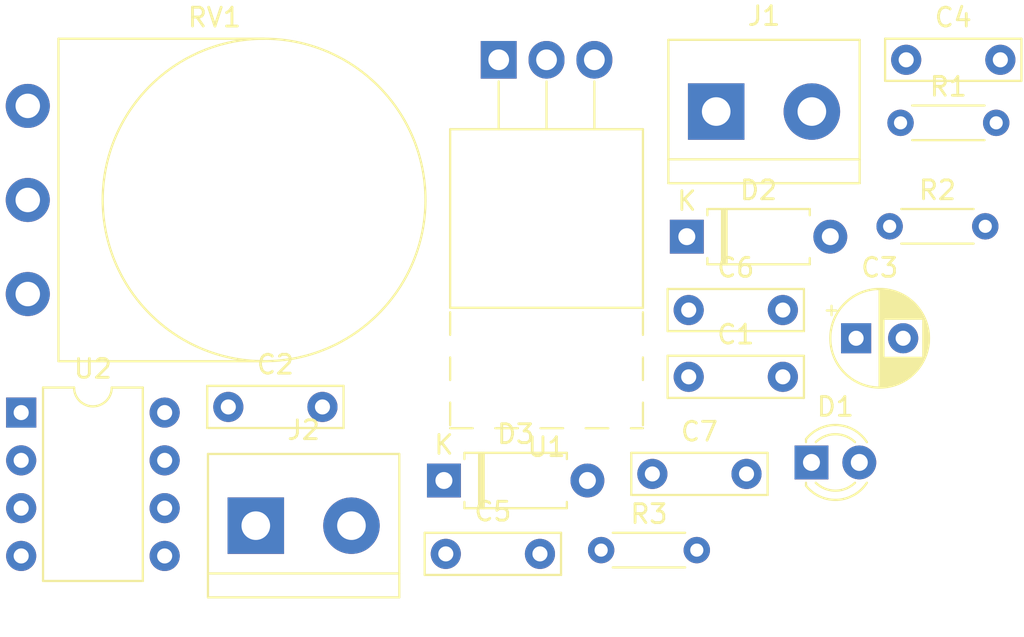
<source format=kicad_pcb>
(kicad_pcb (version 20171130) (host pcbnew "(5.1.7)-1")

  (general
    (thickness 1.6)
    (drawings 0)
    (tracks 0)
    (zones 0)
    (modules 18)
    (nets 12)
  )

  (page A4)
  (layers
    (0 F.Cu signal)
    (31 B.Cu signal)
    (32 B.Adhes user)
    (33 F.Adhes user)
    (34 B.Paste user)
    (35 F.Paste user)
    (36 B.SilkS user)
    (37 F.SilkS user)
    (38 B.Mask user)
    (39 F.Mask user)
    (40 Dwgs.User user)
    (41 Cmts.User user)
    (42 Eco1.User user)
    (43 Eco2.User user)
    (44 Edge.Cuts user)
    (45 Margin user)
    (46 B.CrtYd user)
    (47 F.CrtYd user)
    (48 B.Fab user)
    (49 F.Fab user)
  )

  (setup
    (last_trace_width 0.25)
    (trace_clearance 0.2)
    (zone_clearance 0.508)
    (zone_45_only no)
    (trace_min 0.2)
    (via_size 0.8)
    (via_drill 0.4)
    (via_min_size 0.4)
    (via_min_drill 0.3)
    (uvia_size 0.3)
    (uvia_drill 0.1)
    (uvias_allowed no)
    (uvia_min_size 0.2)
    (uvia_min_drill 0.1)
    (edge_width 0.05)
    (segment_width 0.2)
    (pcb_text_width 0.3)
    (pcb_text_size 1.5 1.5)
    (mod_edge_width 0.12)
    (mod_text_size 1 1)
    (mod_text_width 0.15)
    (pad_size 1.524 1.524)
    (pad_drill 0.762)
    (pad_to_mask_clearance 0)
    (aux_axis_origin 0 0)
    (visible_elements FFFFFF7F)
    (pcbplotparams
      (layerselection 0x010fc_ffffffff)
      (usegerberextensions false)
      (usegerberattributes true)
      (usegerberadvancedattributes true)
      (creategerberjobfile true)
      (excludeedgelayer true)
      (linewidth 0.100000)
      (plotframeref false)
      (viasonmask false)
      (mode 1)
      (useauxorigin false)
      (hpglpennumber 1)
      (hpglpenspeed 20)
      (hpglpendiameter 15.000000)
      (psnegative false)
      (psa4output false)
      (plotreference true)
      (plotvalue true)
      (plotinvisibletext false)
      (padsonsilk false)
      (subtractmaskfromsilk false)
      (outputformat 1)
      (mirror false)
      (drillshape 1)
      (scaleselection 1)
      (outputdirectory ""))
  )

  (net 0 "")
  (net 1 GND)
  (net 2 "Net-(C1-Pad1)")
  (net 3 +5V)
  (net 4 "Net-(C3-Pad1)")
  (net 5 "Net-(C4-Pad1)")
  (net 6 "Net-(D1-Pad2)")
  (net 7 "Net-(D2-Pad1)")
  (net 8 "Net-(D2-Pad2)")
  (net 9 "Net-(D3-Pad2)")
  (net 10 "Net-(D3-Pad1)")
  (net 11 "Net-(J2-Pad2)")

  (net_class Default "This is the default net class."
    (clearance 0.2)
    (trace_width 0.25)
    (via_dia 0.8)
    (via_drill 0.4)
    (uvia_dia 0.3)
    (uvia_drill 0.1)
    (add_net +5V)
    (add_net GND)
    (add_net "Net-(C1-Pad1)")
    (add_net "Net-(C3-Pad1)")
    (add_net "Net-(C4-Pad1)")
    (add_net "Net-(D1-Pad2)")
    (add_net "Net-(D2-Pad1)")
    (add_net "Net-(D2-Pad2)")
    (add_net "Net-(D3-Pad1)")
    (add_net "Net-(D3-Pad2)")
    (add_net "Net-(J2-Pad2)")
  )

  (module Capacitor_THT:C_Rect_L7.0mm_W2.0mm_P5.00mm (layer F.Cu) (tedit 5AE50EF0) (tstamp 602EB0C2)
    (at 97.535001 67.655001)
    (descr "C, Rect series, Radial, pin pitch=5.00mm, , length*width=7*2mm^2, Capacitor")
    (tags "C Rect series Radial pin pitch 5.00mm  length 7mm width 2mm Capacitor")
    (path /602E82EB)
    (fp_text reference C1 (at 2.5 -2.25) (layer F.SilkS)
      (effects (font (size 1 1) (thickness 0.15)))
    )
    (fp_text value 100n (at 2.5 2.25) (layer F.Fab)
      (effects (font (size 1 1) (thickness 0.15)))
    )
    (fp_text user %R (at 2.5 0) (layer F.Fab)
      (effects (font (size 1 1) (thickness 0.15)))
    )
    (fp_line (start -1 -1) (end -1 1) (layer F.Fab) (width 0.1))
    (fp_line (start -1 1) (end 6 1) (layer F.Fab) (width 0.1))
    (fp_line (start 6 1) (end 6 -1) (layer F.Fab) (width 0.1))
    (fp_line (start 6 -1) (end -1 -1) (layer F.Fab) (width 0.1))
    (fp_line (start -1.12 -1.12) (end 6.12 -1.12) (layer F.SilkS) (width 0.12))
    (fp_line (start -1.12 1.12) (end 6.12 1.12) (layer F.SilkS) (width 0.12))
    (fp_line (start -1.12 -1.12) (end -1.12 1.12) (layer F.SilkS) (width 0.12))
    (fp_line (start 6.12 -1.12) (end 6.12 1.12) (layer F.SilkS) (width 0.12))
    (fp_line (start -1.25 -1.25) (end -1.25 1.25) (layer F.CrtYd) (width 0.05))
    (fp_line (start -1.25 1.25) (end 6.25 1.25) (layer F.CrtYd) (width 0.05))
    (fp_line (start 6.25 1.25) (end 6.25 -1.25) (layer F.CrtYd) (width 0.05))
    (fp_line (start 6.25 -1.25) (end -1.25 -1.25) (layer F.CrtYd) (width 0.05))
    (pad 2 thru_hole circle (at 5 0) (size 1.6 1.6) (drill 0.8) (layers *.Cu *.Mask)
      (net 1 GND))
    (pad 1 thru_hole circle (at 0 0) (size 1.6 1.6) (drill 0.8) (layers *.Cu *.Mask)
      (net 2 "Net-(C1-Pad1)"))
    (model ${KISYS3DMOD}/Capacitor_THT.3dshapes/C_Rect_L7.0mm_W2.0mm_P5.00mm.wrl
      (at (xyz 0 0 0))
      (scale (xyz 1 1 1))
      (rotate (xyz 0 0 0))
    )
  )

  (module Capacitor_THT:C_Rect_L7.0mm_W2.0mm_P5.00mm (layer F.Cu) (tedit 5AE50EF0) (tstamp 602EB0D5)
    (at 73.085001 69.255001)
    (descr "C, Rect series, Radial, pin pitch=5.00mm, , length*width=7*2mm^2, Capacitor")
    (tags "C Rect series Radial pin pitch 5.00mm  length 7mm width 2mm Capacitor")
    (path /602E8B44)
    (fp_text reference C2 (at 2.5 -2.25) (layer F.SilkS)
      (effects (font (size 1 1) (thickness 0.15)))
    )
    (fp_text value 47n (at 2.5 2.25) (layer F.Fab)
      (effects (font (size 1 1) (thickness 0.15)))
    )
    (fp_line (start 6.25 -1.25) (end -1.25 -1.25) (layer F.CrtYd) (width 0.05))
    (fp_line (start 6.25 1.25) (end 6.25 -1.25) (layer F.CrtYd) (width 0.05))
    (fp_line (start -1.25 1.25) (end 6.25 1.25) (layer F.CrtYd) (width 0.05))
    (fp_line (start -1.25 -1.25) (end -1.25 1.25) (layer F.CrtYd) (width 0.05))
    (fp_line (start 6.12 -1.12) (end 6.12 1.12) (layer F.SilkS) (width 0.12))
    (fp_line (start -1.12 -1.12) (end -1.12 1.12) (layer F.SilkS) (width 0.12))
    (fp_line (start -1.12 1.12) (end 6.12 1.12) (layer F.SilkS) (width 0.12))
    (fp_line (start -1.12 -1.12) (end 6.12 -1.12) (layer F.SilkS) (width 0.12))
    (fp_line (start 6 -1) (end -1 -1) (layer F.Fab) (width 0.1))
    (fp_line (start 6 1) (end 6 -1) (layer F.Fab) (width 0.1))
    (fp_line (start -1 1) (end 6 1) (layer F.Fab) (width 0.1))
    (fp_line (start -1 -1) (end -1 1) (layer F.Fab) (width 0.1))
    (fp_text user %R (at 2.5 0) (layer F.Fab)
      (effects (font (size 1 1) (thickness 0.15)))
    )
    (pad 1 thru_hole circle (at 0 0) (size 1.6 1.6) (drill 0.8) (layers *.Cu *.Mask)
      (net 3 +5V))
    (pad 2 thru_hole circle (at 5 0) (size 1.6 1.6) (drill 0.8) (layers *.Cu *.Mask)
      (net 1 GND))
    (model ${KISYS3DMOD}/Capacitor_THT.3dshapes/C_Rect_L7.0mm_W2.0mm_P5.00mm.wrl
      (at (xyz 0 0 0))
      (scale (xyz 1 1 1))
      (rotate (xyz 0 0 0))
    )
  )

  (module Capacitor_THT:CP_Radial_D5.0mm_P2.50mm (layer F.Cu) (tedit 5AE50EF0) (tstamp 602EB159)
    (at 106.424776 65.605001)
    (descr "CP, Radial series, Radial, pin pitch=2.50mm, , diameter=5mm, Electrolytic Capacitor")
    (tags "CP Radial series Radial pin pitch 2.50mm  diameter 5mm Electrolytic Capacitor")
    (path /602E5DB1)
    (fp_text reference C3 (at 1.25 -3.75) (layer F.SilkS)
      (effects (font (size 1 1) (thickness 0.15)))
    )
    (fp_text value 0.1u (at 1.25 3.75) (layer F.Fab)
      (effects (font (size 1 1) (thickness 0.15)))
    )
    (fp_line (start -1.304775 -1.725) (end -1.304775 -1.225) (layer F.SilkS) (width 0.12))
    (fp_line (start -1.554775 -1.475) (end -1.054775 -1.475) (layer F.SilkS) (width 0.12))
    (fp_line (start 3.851 -0.284) (end 3.851 0.284) (layer F.SilkS) (width 0.12))
    (fp_line (start 3.811 -0.518) (end 3.811 0.518) (layer F.SilkS) (width 0.12))
    (fp_line (start 3.771 -0.677) (end 3.771 0.677) (layer F.SilkS) (width 0.12))
    (fp_line (start 3.731 -0.805) (end 3.731 0.805) (layer F.SilkS) (width 0.12))
    (fp_line (start 3.691 -0.915) (end 3.691 0.915) (layer F.SilkS) (width 0.12))
    (fp_line (start 3.651 -1.011) (end 3.651 1.011) (layer F.SilkS) (width 0.12))
    (fp_line (start 3.611 -1.098) (end 3.611 1.098) (layer F.SilkS) (width 0.12))
    (fp_line (start 3.571 -1.178) (end 3.571 1.178) (layer F.SilkS) (width 0.12))
    (fp_line (start 3.531 1.04) (end 3.531 1.251) (layer F.SilkS) (width 0.12))
    (fp_line (start 3.531 -1.251) (end 3.531 -1.04) (layer F.SilkS) (width 0.12))
    (fp_line (start 3.491 1.04) (end 3.491 1.319) (layer F.SilkS) (width 0.12))
    (fp_line (start 3.491 -1.319) (end 3.491 -1.04) (layer F.SilkS) (width 0.12))
    (fp_line (start 3.451 1.04) (end 3.451 1.383) (layer F.SilkS) (width 0.12))
    (fp_line (start 3.451 -1.383) (end 3.451 -1.04) (layer F.SilkS) (width 0.12))
    (fp_line (start 3.411 1.04) (end 3.411 1.443) (layer F.SilkS) (width 0.12))
    (fp_line (start 3.411 -1.443) (end 3.411 -1.04) (layer F.SilkS) (width 0.12))
    (fp_line (start 3.371 1.04) (end 3.371 1.5) (layer F.SilkS) (width 0.12))
    (fp_line (start 3.371 -1.5) (end 3.371 -1.04) (layer F.SilkS) (width 0.12))
    (fp_line (start 3.331 1.04) (end 3.331 1.554) (layer F.SilkS) (width 0.12))
    (fp_line (start 3.331 -1.554) (end 3.331 -1.04) (layer F.SilkS) (width 0.12))
    (fp_line (start 3.291 1.04) (end 3.291 1.605) (layer F.SilkS) (width 0.12))
    (fp_line (start 3.291 -1.605) (end 3.291 -1.04) (layer F.SilkS) (width 0.12))
    (fp_line (start 3.251 1.04) (end 3.251 1.653) (layer F.SilkS) (width 0.12))
    (fp_line (start 3.251 -1.653) (end 3.251 -1.04) (layer F.SilkS) (width 0.12))
    (fp_line (start 3.211 1.04) (end 3.211 1.699) (layer F.SilkS) (width 0.12))
    (fp_line (start 3.211 -1.699) (end 3.211 -1.04) (layer F.SilkS) (width 0.12))
    (fp_line (start 3.171 1.04) (end 3.171 1.743) (layer F.SilkS) (width 0.12))
    (fp_line (start 3.171 -1.743) (end 3.171 -1.04) (layer F.SilkS) (width 0.12))
    (fp_line (start 3.131 1.04) (end 3.131 1.785) (layer F.SilkS) (width 0.12))
    (fp_line (start 3.131 -1.785) (end 3.131 -1.04) (layer F.SilkS) (width 0.12))
    (fp_line (start 3.091 1.04) (end 3.091 1.826) (layer F.SilkS) (width 0.12))
    (fp_line (start 3.091 -1.826) (end 3.091 -1.04) (layer F.SilkS) (width 0.12))
    (fp_line (start 3.051 1.04) (end 3.051 1.864) (layer F.SilkS) (width 0.12))
    (fp_line (start 3.051 -1.864) (end 3.051 -1.04) (layer F.SilkS) (width 0.12))
    (fp_line (start 3.011 1.04) (end 3.011 1.901) (layer F.SilkS) (width 0.12))
    (fp_line (start 3.011 -1.901) (end 3.011 -1.04) (layer F.SilkS) (width 0.12))
    (fp_line (start 2.971 1.04) (end 2.971 1.937) (layer F.SilkS) (width 0.12))
    (fp_line (start 2.971 -1.937) (end 2.971 -1.04) (layer F.SilkS) (width 0.12))
    (fp_line (start 2.931 1.04) (end 2.931 1.971) (layer F.SilkS) (width 0.12))
    (fp_line (start 2.931 -1.971) (end 2.931 -1.04) (layer F.SilkS) (width 0.12))
    (fp_line (start 2.891 1.04) (end 2.891 2.004) (layer F.SilkS) (width 0.12))
    (fp_line (start 2.891 -2.004) (end 2.891 -1.04) (layer F.SilkS) (width 0.12))
    (fp_line (start 2.851 1.04) (end 2.851 2.035) (layer F.SilkS) (width 0.12))
    (fp_line (start 2.851 -2.035) (end 2.851 -1.04) (layer F.SilkS) (width 0.12))
    (fp_line (start 2.811 1.04) (end 2.811 2.065) (layer F.SilkS) (width 0.12))
    (fp_line (start 2.811 -2.065) (end 2.811 -1.04) (layer F.SilkS) (width 0.12))
    (fp_line (start 2.771 1.04) (end 2.771 2.095) (layer F.SilkS) (width 0.12))
    (fp_line (start 2.771 -2.095) (end 2.771 -1.04) (layer F.SilkS) (width 0.12))
    (fp_line (start 2.731 1.04) (end 2.731 2.122) (layer F.SilkS) (width 0.12))
    (fp_line (start 2.731 -2.122) (end 2.731 -1.04) (layer F.SilkS) (width 0.12))
    (fp_line (start 2.691 1.04) (end 2.691 2.149) (layer F.SilkS) (width 0.12))
    (fp_line (start 2.691 -2.149) (end 2.691 -1.04) (layer F.SilkS) (width 0.12))
    (fp_line (start 2.651 1.04) (end 2.651 2.175) (layer F.SilkS) (width 0.12))
    (fp_line (start 2.651 -2.175) (end 2.651 -1.04) (layer F.SilkS) (width 0.12))
    (fp_line (start 2.611 1.04) (end 2.611 2.2) (layer F.SilkS) (width 0.12))
    (fp_line (start 2.611 -2.2) (end 2.611 -1.04) (layer F.SilkS) (width 0.12))
    (fp_line (start 2.571 1.04) (end 2.571 2.224) (layer F.SilkS) (width 0.12))
    (fp_line (start 2.571 -2.224) (end 2.571 -1.04) (layer F.SilkS) (width 0.12))
    (fp_line (start 2.531 1.04) (end 2.531 2.247) (layer F.SilkS) (width 0.12))
    (fp_line (start 2.531 -2.247) (end 2.531 -1.04) (layer F.SilkS) (width 0.12))
    (fp_line (start 2.491 1.04) (end 2.491 2.268) (layer F.SilkS) (width 0.12))
    (fp_line (start 2.491 -2.268) (end 2.491 -1.04) (layer F.SilkS) (width 0.12))
    (fp_line (start 2.451 1.04) (end 2.451 2.29) (layer F.SilkS) (width 0.12))
    (fp_line (start 2.451 -2.29) (end 2.451 -1.04) (layer F.SilkS) (width 0.12))
    (fp_line (start 2.411 1.04) (end 2.411 2.31) (layer F.SilkS) (width 0.12))
    (fp_line (start 2.411 -2.31) (end 2.411 -1.04) (layer F.SilkS) (width 0.12))
    (fp_line (start 2.371 1.04) (end 2.371 2.329) (layer F.SilkS) (width 0.12))
    (fp_line (start 2.371 -2.329) (end 2.371 -1.04) (layer F.SilkS) (width 0.12))
    (fp_line (start 2.331 1.04) (end 2.331 2.348) (layer F.SilkS) (width 0.12))
    (fp_line (start 2.331 -2.348) (end 2.331 -1.04) (layer F.SilkS) (width 0.12))
    (fp_line (start 2.291 1.04) (end 2.291 2.365) (layer F.SilkS) (width 0.12))
    (fp_line (start 2.291 -2.365) (end 2.291 -1.04) (layer F.SilkS) (width 0.12))
    (fp_line (start 2.251 1.04) (end 2.251 2.382) (layer F.SilkS) (width 0.12))
    (fp_line (start 2.251 -2.382) (end 2.251 -1.04) (layer F.SilkS) (width 0.12))
    (fp_line (start 2.211 1.04) (end 2.211 2.398) (layer F.SilkS) (width 0.12))
    (fp_line (start 2.211 -2.398) (end 2.211 -1.04) (layer F.SilkS) (width 0.12))
    (fp_line (start 2.171 1.04) (end 2.171 2.414) (layer F.SilkS) (width 0.12))
    (fp_line (start 2.171 -2.414) (end 2.171 -1.04) (layer F.SilkS) (width 0.12))
    (fp_line (start 2.131 1.04) (end 2.131 2.428) (layer F.SilkS) (width 0.12))
    (fp_line (start 2.131 -2.428) (end 2.131 -1.04) (layer F.SilkS) (width 0.12))
    (fp_line (start 2.091 1.04) (end 2.091 2.442) (layer F.SilkS) (width 0.12))
    (fp_line (start 2.091 -2.442) (end 2.091 -1.04) (layer F.SilkS) (width 0.12))
    (fp_line (start 2.051 1.04) (end 2.051 2.455) (layer F.SilkS) (width 0.12))
    (fp_line (start 2.051 -2.455) (end 2.051 -1.04) (layer F.SilkS) (width 0.12))
    (fp_line (start 2.011 1.04) (end 2.011 2.468) (layer F.SilkS) (width 0.12))
    (fp_line (start 2.011 -2.468) (end 2.011 -1.04) (layer F.SilkS) (width 0.12))
    (fp_line (start 1.971 1.04) (end 1.971 2.48) (layer F.SilkS) (width 0.12))
    (fp_line (start 1.971 -2.48) (end 1.971 -1.04) (layer F.SilkS) (width 0.12))
    (fp_line (start 1.93 1.04) (end 1.93 2.491) (layer F.SilkS) (width 0.12))
    (fp_line (start 1.93 -2.491) (end 1.93 -1.04) (layer F.SilkS) (width 0.12))
    (fp_line (start 1.89 1.04) (end 1.89 2.501) (layer F.SilkS) (width 0.12))
    (fp_line (start 1.89 -2.501) (end 1.89 -1.04) (layer F.SilkS) (width 0.12))
    (fp_line (start 1.85 1.04) (end 1.85 2.511) (layer F.SilkS) (width 0.12))
    (fp_line (start 1.85 -2.511) (end 1.85 -1.04) (layer F.SilkS) (width 0.12))
    (fp_line (start 1.81 1.04) (end 1.81 2.52) (layer F.SilkS) (width 0.12))
    (fp_line (start 1.81 -2.52) (end 1.81 -1.04) (layer F.SilkS) (width 0.12))
    (fp_line (start 1.77 1.04) (end 1.77 2.528) (layer F.SilkS) (width 0.12))
    (fp_line (start 1.77 -2.528) (end 1.77 -1.04) (layer F.SilkS) (width 0.12))
    (fp_line (start 1.73 1.04) (end 1.73 2.536) (layer F.SilkS) (width 0.12))
    (fp_line (start 1.73 -2.536) (end 1.73 -1.04) (layer F.SilkS) (width 0.12))
    (fp_line (start 1.69 1.04) (end 1.69 2.543) (layer F.SilkS) (width 0.12))
    (fp_line (start 1.69 -2.543) (end 1.69 -1.04) (layer F.SilkS) (width 0.12))
    (fp_line (start 1.65 1.04) (end 1.65 2.55) (layer F.SilkS) (width 0.12))
    (fp_line (start 1.65 -2.55) (end 1.65 -1.04) (layer F.SilkS) (width 0.12))
    (fp_line (start 1.61 1.04) (end 1.61 2.556) (layer F.SilkS) (width 0.12))
    (fp_line (start 1.61 -2.556) (end 1.61 -1.04) (layer F.SilkS) (width 0.12))
    (fp_line (start 1.57 1.04) (end 1.57 2.561) (layer F.SilkS) (width 0.12))
    (fp_line (start 1.57 -2.561) (end 1.57 -1.04) (layer F.SilkS) (width 0.12))
    (fp_line (start 1.53 1.04) (end 1.53 2.565) (layer F.SilkS) (width 0.12))
    (fp_line (start 1.53 -2.565) (end 1.53 -1.04) (layer F.SilkS) (width 0.12))
    (fp_line (start 1.49 1.04) (end 1.49 2.569) (layer F.SilkS) (width 0.12))
    (fp_line (start 1.49 -2.569) (end 1.49 -1.04) (layer F.SilkS) (width 0.12))
    (fp_line (start 1.45 -2.573) (end 1.45 2.573) (layer F.SilkS) (width 0.12))
    (fp_line (start 1.41 -2.576) (end 1.41 2.576) (layer F.SilkS) (width 0.12))
    (fp_line (start 1.37 -2.578) (end 1.37 2.578) (layer F.SilkS) (width 0.12))
    (fp_line (start 1.33 -2.579) (end 1.33 2.579) (layer F.SilkS) (width 0.12))
    (fp_line (start 1.29 -2.58) (end 1.29 2.58) (layer F.SilkS) (width 0.12))
    (fp_line (start 1.25 -2.58) (end 1.25 2.58) (layer F.SilkS) (width 0.12))
    (fp_line (start -0.633605 -1.3375) (end -0.633605 -0.8375) (layer F.Fab) (width 0.1))
    (fp_line (start -0.883605 -1.0875) (end -0.383605 -1.0875) (layer F.Fab) (width 0.1))
    (fp_circle (center 1.25 0) (end 4 0) (layer F.CrtYd) (width 0.05))
    (fp_circle (center 1.25 0) (end 3.87 0) (layer F.SilkS) (width 0.12))
    (fp_circle (center 1.25 0) (end 3.75 0) (layer F.Fab) (width 0.1))
    (fp_text user %R (at 1.25 0) (layer F.Fab)
      (effects (font (size 1 1) (thickness 0.15)))
    )
    (pad 1 thru_hole rect (at 0 0) (size 1.6 1.6) (drill 0.8) (layers *.Cu *.Mask)
      (net 4 "Net-(C3-Pad1)"))
    (pad 2 thru_hole circle (at 2.5 0) (size 1.6 1.6) (drill 0.8) (layers *.Cu *.Mask)
      (net 1 GND))
    (model ${KISYS3DMOD}/Capacitor_THT.3dshapes/CP_Radial_D5.0mm_P2.50mm.wrl
      (at (xyz 0 0 0))
      (scale (xyz 1 1 1))
      (rotate (xyz 0 0 0))
    )
  )

  (module Capacitor_THT:C_Rect_L7.0mm_W2.0mm_P5.00mm (layer F.Cu) (tedit 5AE50EF0) (tstamp 602EB16C)
    (at 109.085001 50.805001)
    (descr "C, Rect series, Radial, pin pitch=5.00mm, , length*width=7*2mm^2, Capacitor")
    (tags "C Rect series Radial pin pitch 5.00mm  length 7mm width 2mm Capacitor")
    (path /602E692B)
    (fp_text reference C4 (at 2.5 -2.25) (layer F.SilkS)
      (effects (font (size 1 1) (thickness 0.15)))
    )
    (fp_text value 100n (at 2.5 2.25) (layer F.Fab)
      (effects (font (size 1 1) (thickness 0.15)))
    )
    (fp_text user %R (at 2.5 0) (layer F.Fab)
      (effects (font (size 1 1) (thickness 0.15)))
    )
    (fp_line (start -1 -1) (end -1 1) (layer F.Fab) (width 0.1))
    (fp_line (start -1 1) (end 6 1) (layer F.Fab) (width 0.1))
    (fp_line (start 6 1) (end 6 -1) (layer F.Fab) (width 0.1))
    (fp_line (start 6 -1) (end -1 -1) (layer F.Fab) (width 0.1))
    (fp_line (start -1.12 -1.12) (end 6.12 -1.12) (layer F.SilkS) (width 0.12))
    (fp_line (start -1.12 1.12) (end 6.12 1.12) (layer F.SilkS) (width 0.12))
    (fp_line (start -1.12 -1.12) (end -1.12 1.12) (layer F.SilkS) (width 0.12))
    (fp_line (start 6.12 -1.12) (end 6.12 1.12) (layer F.SilkS) (width 0.12))
    (fp_line (start -1.25 -1.25) (end -1.25 1.25) (layer F.CrtYd) (width 0.05))
    (fp_line (start -1.25 1.25) (end 6.25 1.25) (layer F.CrtYd) (width 0.05))
    (fp_line (start 6.25 1.25) (end 6.25 -1.25) (layer F.CrtYd) (width 0.05))
    (fp_line (start 6.25 -1.25) (end -1.25 -1.25) (layer F.CrtYd) (width 0.05))
    (pad 2 thru_hole circle (at 5 0) (size 1.6 1.6) (drill 0.8) (layers *.Cu *.Mask)
      (net 1 GND))
    (pad 1 thru_hole circle (at 0 0) (size 1.6 1.6) (drill 0.8) (layers *.Cu *.Mask)
      (net 5 "Net-(C4-Pad1)"))
    (model ${KISYS3DMOD}/Capacitor_THT.3dshapes/C_Rect_L7.0mm_W2.0mm_P5.00mm.wrl
      (at (xyz 0 0 0))
      (scale (xyz 1 1 1))
      (rotate (xyz 0 0 0))
    )
  )

  (module Capacitor_THT:C_Rect_L7.0mm_W2.0mm_P5.00mm (layer F.Cu) (tedit 5AE50EF0) (tstamp 602EB17F)
    (at 84.635001 77.065001)
    (descr "C, Rect series, Radial, pin pitch=5.00mm, , length*width=7*2mm^2, Capacitor")
    (tags "C Rect series Radial pin pitch 5.00mm  length 7mm width 2mm Capacitor")
    (path /602E7598)
    (fp_text reference C5 (at 2.5 -2.25) (layer F.SilkS)
      (effects (font (size 1 1) (thickness 0.15)))
    )
    (fp_text value 100n (at 2.5 2.25) (layer F.Fab)
      (effects (font (size 1 1) (thickness 0.15)))
    )
    (fp_line (start 6.25 -1.25) (end -1.25 -1.25) (layer F.CrtYd) (width 0.05))
    (fp_line (start 6.25 1.25) (end 6.25 -1.25) (layer F.CrtYd) (width 0.05))
    (fp_line (start -1.25 1.25) (end 6.25 1.25) (layer F.CrtYd) (width 0.05))
    (fp_line (start -1.25 -1.25) (end -1.25 1.25) (layer F.CrtYd) (width 0.05))
    (fp_line (start 6.12 -1.12) (end 6.12 1.12) (layer F.SilkS) (width 0.12))
    (fp_line (start -1.12 -1.12) (end -1.12 1.12) (layer F.SilkS) (width 0.12))
    (fp_line (start -1.12 1.12) (end 6.12 1.12) (layer F.SilkS) (width 0.12))
    (fp_line (start -1.12 -1.12) (end 6.12 -1.12) (layer F.SilkS) (width 0.12))
    (fp_line (start 6 -1) (end -1 -1) (layer F.Fab) (width 0.1))
    (fp_line (start 6 1) (end 6 -1) (layer F.Fab) (width 0.1))
    (fp_line (start -1 1) (end 6 1) (layer F.Fab) (width 0.1))
    (fp_line (start -1 -1) (end -1 1) (layer F.Fab) (width 0.1))
    (fp_text user %R (at 2.5 0) (layer F.Fab)
      (effects (font (size 1 1) (thickness 0.15)))
    )
    (pad 1 thru_hole circle (at 0 0) (size 1.6 1.6) (drill 0.8) (layers *.Cu *.Mask)
      (net 5 "Net-(C4-Pad1)"))
    (pad 2 thru_hole circle (at 5 0) (size 1.6 1.6) (drill 0.8) (layers *.Cu *.Mask)
      (net 1 GND))
    (model ${KISYS3DMOD}/Capacitor_THT.3dshapes/C_Rect_L7.0mm_W2.0mm_P5.00mm.wrl
      (at (xyz 0 0 0))
      (scale (xyz 1 1 1))
      (rotate (xyz 0 0 0))
    )
  )

  (module Capacitor_THT:C_Rect_L7.0mm_W2.0mm_P5.00mm (layer F.Cu) (tedit 5AE50EF0) (tstamp 602EB192)
    (at 97.535001 64.105001)
    (descr "C, Rect series, Radial, pin pitch=5.00mm, , length*width=7*2mm^2, Capacitor")
    (tags "C Rect series Radial pin pitch 5.00mm  length 7mm width 2mm Capacitor")
    (path /602E796F)
    (fp_text reference C6 (at 2.5 -2.25) (layer F.SilkS)
      (effects (font (size 1 1) (thickness 0.15)))
    )
    (fp_text value 10n (at 2.5 2.25) (layer F.Fab)
      (effects (font (size 1 1) (thickness 0.15)))
    )
    (fp_text user %R (at 2.5 0) (layer F.Fab)
      (effects (font (size 1 1) (thickness 0.15)))
    )
    (fp_line (start -1 -1) (end -1 1) (layer F.Fab) (width 0.1))
    (fp_line (start -1 1) (end 6 1) (layer F.Fab) (width 0.1))
    (fp_line (start 6 1) (end 6 -1) (layer F.Fab) (width 0.1))
    (fp_line (start 6 -1) (end -1 -1) (layer F.Fab) (width 0.1))
    (fp_line (start -1.12 -1.12) (end 6.12 -1.12) (layer F.SilkS) (width 0.12))
    (fp_line (start -1.12 1.12) (end 6.12 1.12) (layer F.SilkS) (width 0.12))
    (fp_line (start -1.12 -1.12) (end -1.12 1.12) (layer F.SilkS) (width 0.12))
    (fp_line (start 6.12 -1.12) (end 6.12 1.12) (layer F.SilkS) (width 0.12))
    (fp_line (start -1.25 -1.25) (end -1.25 1.25) (layer F.CrtYd) (width 0.05))
    (fp_line (start -1.25 1.25) (end 6.25 1.25) (layer F.CrtYd) (width 0.05))
    (fp_line (start 6.25 1.25) (end 6.25 -1.25) (layer F.CrtYd) (width 0.05))
    (fp_line (start 6.25 -1.25) (end -1.25 -1.25) (layer F.CrtYd) (width 0.05))
    (pad 2 thru_hole circle (at 5 0) (size 1.6 1.6) (drill 0.8) (layers *.Cu *.Mask)
      (net 1 GND))
    (pad 1 thru_hole circle (at 0 0) (size 1.6 1.6) (drill 0.8) (layers *.Cu *.Mask)
      (net 5 "Net-(C4-Pad1)"))
    (model ${KISYS3DMOD}/Capacitor_THT.3dshapes/C_Rect_L7.0mm_W2.0mm_P5.00mm.wrl
      (at (xyz 0 0 0))
      (scale (xyz 1 1 1))
      (rotate (xyz 0 0 0))
    )
  )

  (module Capacitor_THT:C_Rect_L7.0mm_W2.0mm_P5.00mm (layer F.Cu) (tedit 5AE50EF0) (tstamp 602EB1A5)
    (at 95.605001 72.815001)
    (descr "C, Rect series, Radial, pin pitch=5.00mm, , length*width=7*2mm^2, Capacitor")
    (tags "C Rect series Radial pin pitch 5.00mm  length 7mm width 2mm Capacitor")
    (path /602E7E41)
    (fp_text reference C7 (at 2.5 -2.25) (layer F.SilkS)
      (effects (font (size 1 1) (thickness 0.15)))
    )
    (fp_text value 10n (at 2.5 2.25) (layer F.Fab)
      (effects (font (size 1 1) (thickness 0.15)))
    )
    (fp_line (start 6.25 -1.25) (end -1.25 -1.25) (layer F.CrtYd) (width 0.05))
    (fp_line (start 6.25 1.25) (end 6.25 -1.25) (layer F.CrtYd) (width 0.05))
    (fp_line (start -1.25 1.25) (end 6.25 1.25) (layer F.CrtYd) (width 0.05))
    (fp_line (start -1.25 -1.25) (end -1.25 1.25) (layer F.CrtYd) (width 0.05))
    (fp_line (start 6.12 -1.12) (end 6.12 1.12) (layer F.SilkS) (width 0.12))
    (fp_line (start -1.12 -1.12) (end -1.12 1.12) (layer F.SilkS) (width 0.12))
    (fp_line (start -1.12 1.12) (end 6.12 1.12) (layer F.SilkS) (width 0.12))
    (fp_line (start -1.12 -1.12) (end 6.12 -1.12) (layer F.SilkS) (width 0.12))
    (fp_line (start 6 -1) (end -1 -1) (layer F.Fab) (width 0.1))
    (fp_line (start 6 1) (end 6 -1) (layer F.Fab) (width 0.1))
    (fp_line (start -1 1) (end 6 1) (layer F.Fab) (width 0.1))
    (fp_line (start -1 -1) (end -1 1) (layer F.Fab) (width 0.1))
    (fp_text user %R (at 2.5 0) (layer F.Fab)
      (effects (font (size 1 1) (thickness 0.15)))
    )
    (pad 1 thru_hole circle (at 0 0) (size 1.6 1.6) (drill 0.8) (layers *.Cu *.Mask)
      (net 5 "Net-(C4-Pad1)"))
    (pad 2 thru_hole circle (at 5 0) (size 1.6 1.6) (drill 0.8) (layers *.Cu *.Mask)
      (net 1 GND))
    (model ${KISYS3DMOD}/Capacitor_THT.3dshapes/C_Rect_L7.0mm_W2.0mm_P5.00mm.wrl
      (at (xyz 0 0 0))
      (scale (xyz 1 1 1))
      (rotate (xyz 0 0 0))
    )
  )

  (module LED_THT:LED_D3.0mm (layer F.Cu) (tedit 587A3A7B) (tstamp 602EB1B8)
    (at 104.055001 72.205001)
    (descr "LED, diameter 3.0mm, 2 pins")
    (tags "LED diameter 3.0mm 2 pins")
    (path /602EE1E6)
    (fp_text reference D1 (at 1.27 -2.96) (layer F.SilkS)
      (effects (font (size 1 1) (thickness 0.15)))
    )
    (fp_text value "PWR LED GREEN" (at 1.27 2.96) (layer F.Fab)
      (effects (font (size 1 1) (thickness 0.15)))
    )
    (fp_line (start 3.7 -2.25) (end -1.15 -2.25) (layer F.CrtYd) (width 0.05))
    (fp_line (start 3.7 2.25) (end 3.7 -2.25) (layer F.CrtYd) (width 0.05))
    (fp_line (start -1.15 2.25) (end 3.7 2.25) (layer F.CrtYd) (width 0.05))
    (fp_line (start -1.15 -2.25) (end -1.15 2.25) (layer F.CrtYd) (width 0.05))
    (fp_line (start -0.29 1.08) (end -0.29 1.236) (layer F.SilkS) (width 0.12))
    (fp_line (start -0.29 -1.236) (end -0.29 -1.08) (layer F.SilkS) (width 0.12))
    (fp_line (start -0.23 -1.16619) (end -0.23 1.16619) (layer F.Fab) (width 0.1))
    (fp_circle (center 1.27 0) (end 2.77 0) (layer F.Fab) (width 0.1))
    (fp_arc (start 1.27 0) (end -0.23 -1.16619) (angle 284.3) (layer F.Fab) (width 0.1))
    (fp_arc (start 1.27 0) (end -0.29 -1.235516) (angle 108.8) (layer F.SilkS) (width 0.12))
    (fp_arc (start 1.27 0) (end -0.29 1.235516) (angle -108.8) (layer F.SilkS) (width 0.12))
    (fp_arc (start 1.27 0) (end 0.229039 -1.08) (angle 87.9) (layer F.SilkS) (width 0.12))
    (fp_arc (start 1.27 0) (end 0.229039 1.08) (angle -87.9) (layer F.SilkS) (width 0.12))
    (pad 1 thru_hole rect (at 0 0) (size 1.8 1.8) (drill 0.9) (layers *.Cu *.Mask)
      (net 1 GND))
    (pad 2 thru_hole circle (at 2.54 0) (size 1.8 1.8) (drill 0.9) (layers *.Cu *.Mask)
      (net 6 "Net-(D1-Pad2)"))
    (model ${KISYS3DMOD}/LED_THT.3dshapes/LED_D3.0mm.wrl
      (at (xyz 0 0 0))
      (scale (xyz 1 1 1))
      (rotate (xyz 0 0 0))
    )
  )

  (module Diode_THT:D_A-405_P7.62mm_Horizontal (layer F.Cu) (tedit 5AE50CD5) (tstamp 602EB1D7)
    (at 97.435001 60.205001)
    (descr "Diode, A-405 series, Axial, Horizontal, pin pitch=7.62mm, , length*diameter=5.2*2.7mm^2, , http://www.diodes.com/_files/packages/A-405.pdf")
    (tags "Diode A-405 series Axial Horizontal pin pitch 7.62mm  length 5.2mm diameter 2.7mm")
    (path /602E907E)
    (fp_text reference D2 (at 3.81 -2.47) (layer F.SilkS)
      (effects (font (size 1 1) (thickness 0.15)))
    )
    (fp_text value D (at 3.81 2.47) (layer F.Fab)
      (effects (font (size 1 1) (thickness 0.15)))
    )
    (fp_line (start 8.77 -1.6) (end -1.15 -1.6) (layer F.CrtYd) (width 0.05))
    (fp_line (start 8.77 1.6) (end 8.77 -1.6) (layer F.CrtYd) (width 0.05))
    (fp_line (start -1.15 1.6) (end 8.77 1.6) (layer F.CrtYd) (width 0.05))
    (fp_line (start -1.15 -1.6) (end -1.15 1.6) (layer F.CrtYd) (width 0.05))
    (fp_line (start 1.87 -1.47) (end 1.87 1.47) (layer F.SilkS) (width 0.12))
    (fp_line (start 2.11 -1.47) (end 2.11 1.47) (layer F.SilkS) (width 0.12))
    (fp_line (start 1.99 -1.47) (end 1.99 1.47) (layer F.SilkS) (width 0.12))
    (fp_line (start 6.53 1.47) (end 6.53 1.14) (layer F.SilkS) (width 0.12))
    (fp_line (start 1.09 1.47) (end 6.53 1.47) (layer F.SilkS) (width 0.12))
    (fp_line (start 1.09 1.14) (end 1.09 1.47) (layer F.SilkS) (width 0.12))
    (fp_line (start 6.53 -1.47) (end 6.53 -1.14) (layer F.SilkS) (width 0.12))
    (fp_line (start 1.09 -1.47) (end 6.53 -1.47) (layer F.SilkS) (width 0.12))
    (fp_line (start 1.09 -1.14) (end 1.09 -1.47) (layer F.SilkS) (width 0.12))
    (fp_line (start 1.89 -1.35) (end 1.89 1.35) (layer F.Fab) (width 0.1))
    (fp_line (start 2.09 -1.35) (end 2.09 1.35) (layer F.Fab) (width 0.1))
    (fp_line (start 1.99 -1.35) (end 1.99 1.35) (layer F.Fab) (width 0.1))
    (fp_line (start 7.62 0) (end 6.41 0) (layer F.Fab) (width 0.1))
    (fp_line (start 0 0) (end 1.21 0) (layer F.Fab) (width 0.1))
    (fp_line (start 6.41 -1.35) (end 1.21 -1.35) (layer F.Fab) (width 0.1))
    (fp_line (start 6.41 1.35) (end 6.41 -1.35) (layer F.Fab) (width 0.1))
    (fp_line (start 1.21 1.35) (end 6.41 1.35) (layer F.Fab) (width 0.1))
    (fp_line (start 1.21 -1.35) (end 1.21 1.35) (layer F.Fab) (width 0.1))
    (fp_text user %R (at 4.2 0) (layer F.Fab)
      (effects (font (size 1 1) (thickness 0.15)))
    )
    (fp_text user K (at 0 -1.9) (layer F.Fab)
      (effects (font (size 1 1) (thickness 0.15)))
    )
    (fp_text user K (at 0 -1.9) (layer F.SilkS)
      (effects (font (size 1 1) (thickness 0.15)))
    )
    (pad 1 thru_hole rect (at 0 0) (size 1.8 1.8) (drill 0.9) (layers *.Cu *.Mask)
      (net 7 "Net-(D2-Pad1)"))
    (pad 2 thru_hole oval (at 7.62 0) (size 1.8 1.8) (drill 0.9) (layers *.Cu *.Mask)
      (net 8 "Net-(D2-Pad2)"))
    (model ${KISYS3DMOD}/Diode_THT.3dshapes/D_A-405_P7.62mm_Horizontal.wrl
      (at (xyz 0 0 0))
      (scale (xyz 1 1 1))
      (rotate (xyz 0 0 0))
    )
  )

  (module Diode_THT:D_A-405_P7.62mm_Horizontal (layer F.Cu) (tedit 5AE50CD5) (tstamp 602EB1F6)
    (at 84.535001 73.165001)
    (descr "Diode, A-405 series, Axial, Horizontal, pin pitch=7.62mm, , length*diameter=5.2*2.7mm^2, , http://www.diodes.com/_files/packages/A-405.pdf")
    (tags "Diode A-405 series Axial Horizontal pin pitch 7.62mm  length 5.2mm diameter 2.7mm")
    (path /602E9DAC)
    (fp_text reference D3 (at 3.81 -2.47) (layer F.SilkS)
      (effects (font (size 1 1) (thickness 0.15)))
    )
    (fp_text value D (at 3.81 2.47) (layer F.Fab)
      (effects (font (size 1 1) (thickness 0.15)))
    )
    (fp_text user K (at 0 -1.9) (layer F.SilkS)
      (effects (font (size 1 1) (thickness 0.15)))
    )
    (fp_text user K (at 0 -1.9) (layer F.Fab)
      (effects (font (size 1 1) (thickness 0.15)))
    )
    (fp_text user %R (at 4.2 0) (layer F.Fab)
      (effects (font (size 1 1) (thickness 0.15)))
    )
    (fp_line (start 1.21 -1.35) (end 1.21 1.35) (layer F.Fab) (width 0.1))
    (fp_line (start 1.21 1.35) (end 6.41 1.35) (layer F.Fab) (width 0.1))
    (fp_line (start 6.41 1.35) (end 6.41 -1.35) (layer F.Fab) (width 0.1))
    (fp_line (start 6.41 -1.35) (end 1.21 -1.35) (layer F.Fab) (width 0.1))
    (fp_line (start 0 0) (end 1.21 0) (layer F.Fab) (width 0.1))
    (fp_line (start 7.62 0) (end 6.41 0) (layer F.Fab) (width 0.1))
    (fp_line (start 1.99 -1.35) (end 1.99 1.35) (layer F.Fab) (width 0.1))
    (fp_line (start 2.09 -1.35) (end 2.09 1.35) (layer F.Fab) (width 0.1))
    (fp_line (start 1.89 -1.35) (end 1.89 1.35) (layer F.Fab) (width 0.1))
    (fp_line (start 1.09 -1.14) (end 1.09 -1.47) (layer F.SilkS) (width 0.12))
    (fp_line (start 1.09 -1.47) (end 6.53 -1.47) (layer F.SilkS) (width 0.12))
    (fp_line (start 6.53 -1.47) (end 6.53 -1.14) (layer F.SilkS) (width 0.12))
    (fp_line (start 1.09 1.14) (end 1.09 1.47) (layer F.SilkS) (width 0.12))
    (fp_line (start 1.09 1.47) (end 6.53 1.47) (layer F.SilkS) (width 0.12))
    (fp_line (start 6.53 1.47) (end 6.53 1.14) (layer F.SilkS) (width 0.12))
    (fp_line (start 1.99 -1.47) (end 1.99 1.47) (layer F.SilkS) (width 0.12))
    (fp_line (start 2.11 -1.47) (end 2.11 1.47) (layer F.SilkS) (width 0.12))
    (fp_line (start 1.87 -1.47) (end 1.87 1.47) (layer F.SilkS) (width 0.12))
    (fp_line (start -1.15 -1.6) (end -1.15 1.6) (layer F.CrtYd) (width 0.05))
    (fp_line (start -1.15 1.6) (end 8.77 1.6) (layer F.CrtYd) (width 0.05))
    (fp_line (start 8.77 1.6) (end 8.77 -1.6) (layer F.CrtYd) (width 0.05))
    (fp_line (start 8.77 -1.6) (end -1.15 -1.6) (layer F.CrtYd) (width 0.05))
    (pad 2 thru_hole oval (at 7.62 0) (size 1.8 1.8) (drill 0.9) (layers *.Cu *.Mask)
      (net 9 "Net-(D3-Pad2)"))
    (pad 1 thru_hole rect (at 0 0) (size 1.8 1.8) (drill 0.9) (layers *.Cu *.Mask)
      (net 10 "Net-(D3-Pad1)"))
    (model ${KISYS3DMOD}/Diode_THT.3dshapes/D_A-405_P7.62mm_Horizontal.wrl
      (at (xyz 0 0 0))
      (scale (xyz 1 1 1))
      (rotate (xyz 0 0 0))
    )
  )

  (module TerminalBlock:TerminalBlock_bornier-2_P5.08mm (layer F.Cu) (tedit 59FF03AB) (tstamp 602EB20B)
    (at 98.995001 53.555001)
    (descr "simple 2-pin terminal block, pitch 5.08mm, revamped version of bornier2")
    (tags "terminal block bornier2")
    (path /602EBC48)
    (fp_text reference J1 (at 2.54 -5.08) (layer F.SilkS)
      (effects (font (size 1 1) (thickness 0.15)))
    )
    (fp_text value PWR_in (at 2.54 5.08) (layer F.Fab)
      (effects (font (size 1 1) (thickness 0.15)))
    )
    (fp_text user %R (at 2.54 0) (layer F.Fab)
      (effects (font (size 1 1) (thickness 0.15)))
    )
    (fp_line (start -2.41 2.55) (end 7.49 2.55) (layer F.Fab) (width 0.1))
    (fp_line (start -2.46 -3.75) (end -2.46 3.75) (layer F.Fab) (width 0.1))
    (fp_line (start -2.46 3.75) (end 7.54 3.75) (layer F.Fab) (width 0.1))
    (fp_line (start 7.54 3.75) (end 7.54 -3.75) (layer F.Fab) (width 0.1))
    (fp_line (start 7.54 -3.75) (end -2.46 -3.75) (layer F.Fab) (width 0.1))
    (fp_line (start 7.62 2.54) (end -2.54 2.54) (layer F.SilkS) (width 0.12))
    (fp_line (start 7.62 3.81) (end 7.62 -3.81) (layer F.SilkS) (width 0.12))
    (fp_line (start 7.62 -3.81) (end -2.54 -3.81) (layer F.SilkS) (width 0.12))
    (fp_line (start -2.54 -3.81) (end -2.54 3.81) (layer F.SilkS) (width 0.12))
    (fp_line (start -2.54 3.81) (end 7.62 3.81) (layer F.SilkS) (width 0.12))
    (fp_line (start -2.71 -4) (end 7.79 -4) (layer F.CrtYd) (width 0.05))
    (fp_line (start -2.71 -4) (end -2.71 4) (layer F.CrtYd) (width 0.05))
    (fp_line (start 7.79 4) (end 7.79 -4) (layer F.CrtYd) (width 0.05))
    (fp_line (start 7.79 4) (end -2.71 4) (layer F.CrtYd) (width 0.05))
    (pad 2 thru_hole circle (at 5.08 0) (size 3 3) (drill 1.52) (layers *.Cu *.Mask)
      (net 1 GND))
    (pad 1 thru_hole rect (at 0 0) (size 3 3) (drill 1.52) (layers *.Cu *.Mask)
      (net 2 "Net-(C1-Pad1)"))
    (model ${KISYS3DMOD}/TerminalBlock.3dshapes/TerminalBlock_bornier-2_P5.08mm.wrl
      (offset (xyz 2.539999961853027 0 0))
      (scale (xyz 1 1 1))
      (rotate (xyz 0 0 0))
    )
  )

  (module TerminalBlock:TerminalBlock_bornier-2_P5.08mm (layer F.Cu) (tedit 59FF03AB) (tstamp 602EB220)
    (at 74.545001 75.565001)
    (descr "simple 2-pin terminal block, pitch 5.08mm, revamped version of bornier2")
    (tags "terminal block bornier2")
    (path /602EF0D8)
    (fp_text reference J2 (at 2.54 -5.08) (layer F.SilkS)
      (effects (font (size 1 1) (thickness 0.15)))
    )
    (fp_text value "5V_out & PWM_out" (at 2.54 5.08) (layer F.Fab)
      (effects (font (size 1 1) (thickness 0.15)))
    )
    (fp_line (start 7.79 4) (end -2.71 4) (layer F.CrtYd) (width 0.05))
    (fp_line (start 7.79 4) (end 7.79 -4) (layer F.CrtYd) (width 0.05))
    (fp_line (start -2.71 -4) (end -2.71 4) (layer F.CrtYd) (width 0.05))
    (fp_line (start -2.71 -4) (end 7.79 -4) (layer F.CrtYd) (width 0.05))
    (fp_line (start -2.54 3.81) (end 7.62 3.81) (layer F.SilkS) (width 0.12))
    (fp_line (start -2.54 -3.81) (end -2.54 3.81) (layer F.SilkS) (width 0.12))
    (fp_line (start 7.62 -3.81) (end -2.54 -3.81) (layer F.SilkS) (width 0.12))
    (fp_line (start 7.62 3.81) (end 7.62 -3.81) (layer F.SilkS) (width 0.12))
    (fp_line (start 7.62 2.54) (end -2.54 2.54) (layer F.SilkS) (width 0.12))
    (fp_line (start 7.54 -3.75) (end -2.46 -3.75) (layer F.Fab) (width 0.1))
    (fp_line (start 7.54 3.75) (end 7.54 -3.75) (layer F.Fab) (width 0.1))
    (fp_line (start -2.46 3.75) (end 7.54 3.75) (layer F.Fab) (width 0.1))
    (fp_line (start -2.46 -3.75) (end -2.46 3.75) (layer F.Fab) (width 0.1))
    (fp_line (start -2.41 2.55) (end 7.49 2.55) (layer F.Fab) (width 0.1))
    (fp_text user %R (at 2.54 0) (layer F.Fab)
      (effects (font (size 1 1) (thickness 0.15)))
    )
    (pad 1 thru_hole rect (at 0 0) (size 3 3) (drill 1.52) (layers *.Cu *.Mask)
      (net 3 +5V))
    (pad 2 thru_hole circle (at 5.08 0) (size 3 3) (drill 1.52) (layers *.Cu *.Mask)
      (net 11 "Net-(J2-Pad2)"))
    (model ${KISYS3DMOD}/TerminalBlock.3dshapes/TerminalBlock_bornier-2_P5.08mm.wrl
      (offset (xyz 2.539999961853027 0 0))
      (scale (xyz 1 1 1))
      (rotate (xyz 0 0 0))
    )
  )

  (module Resistor_THT:R_Axial_DIN0204_L3.6mm_D1.6mm_P5.08mm_Horizontal (layer F.Cu) (tedit 5AE5139B) (tstamp 602EB233)
    (at 108.785001 54.155001)
    (descr "Resistor, Axial_DIN0204 series, Axial, Horizontal, pin pitch=5.08mm, 0.167W, length*diameter=3.6*1.6mm^2, http://cdn-reichelt.de/documents/datenblatt/B400/1_4W%23YAG.pdf")
    (tags "Resistor Axial_DIN0204 series Axial Horizontal pin pitch 5.08mm 0.167W length 3.6mm diameter 1.6mm")
    (path /602ECF9C)
    (fp_text reference R1 (at 2.54 -1.92) (layer F.SilkS)
      (effects (font (size 1 1) (thickness 0.15)))
    )
    (fp_text value R (at 2.54 1.92) (layer F.Fab)
      (effects (font (size 1 1) (thickness 0.15)))
    )
    (fp_line (start 6.03 -1.05) (end -0.95 -1.05) (layer F.CrtYd) (width 0.05))
    (fp_line (start 6.03 1.05) (end 6.03 -1.05) (layer F.CrtYd) (width 0.05))
    (fp_line (start -0.95 1.05) (end 6.03 1.05) (layer F.CrtYd) (width 0.05))
    (fp_line (start -0.95 -1.05) (end -0.95 1.05) (layer F.CrtYd) (width 0.05))
    (fp_line (start 0.62 0.92) (end 4.46 0.92) (layer F.SilkS) (width 0.12))
    (fp_line (start 0.62 -0.92) (end 4.46 -0.92) (layer F.SilkS) (width 0.12))
    (fp_line (start 5.08 0) (end 4.34 0) (layer F.Fab) (width 0.1))
    (fp_line (start 0 0) (end 0.74 0) (layer F.Fab) (width 0.1))
    (fp_line (start 4.34 -0.8) (end 0.74 -0.8) (layer F.Fab) (width 0.1))
    (fp_line (start 4.34 0.8) (end 4.34 -0.8) (layer F.Fab) (width 0.1))
    (fp_line (start 0.74 0.8) (end 4.34 0.8) (layer F.Fab) (width 0.1))
    (fp_line (start 0.74 -0.8) (end 0.74 0.8) (layer F.Fab) (width 0.1))
    (fp_text user %R (at 2.54 0) (layer F.Fab)
      (effects (font (size 0.72 0.72) (thickness 0.108)))
    )
    (pad 1 thru_hole circle (at 0 0) (size 1.4 1.4) (drill 0.7) (layers *.Cu *.Mask)
      (net 6 "Net-(D1-Pad2)"))
    (pad 2 thru_hole oval (at 5.08 0) (size 1.4 1.4) (drill 0.7) (layers *.Cu *.Mask)
      (net 3 +5V))
    (model ${KISYS3DMOD}/Resistor_THT.3dshapes/R_Axial_DIN0204_L3.6mm_D1.6mm_P5.08mm_Horizontal.wrl
      (at (xyz 0 0 0))
      (scale (xyz 1 1 1))
      (rotate (xyz 0 0 0))
    )
  )

  (module Resistor_THT:R_Axial_DIN0204_L3.6mm_D1.6mm_P5.08mm_Horizontal (layer F.Cu) (tedit 5AE5139B) (tstamp 602EB246)
    (at 108.205001 59.655001)
    (descr "Resistor, Axial_DIN0204 series, Axial, Horizontal, pin pitch=5.08mm, 0.167W, length*diameter=3.6*1.6mm^2, http://cdn-reichelt.de/documents/datenblatt/B400/1_4W%23YAG.pdf")
    (tags "Resistor Axial_DIN0204 series Axial Horizontal pin pitch 5.08mm 0.167W length 3.6mm diameter 1.6mm")
    (path /602E3EA6)
    (fp_text reference R2 (at 2.54 -1.92) (layer F.SilkS)
      (effects (font (size 1 1) (thickness 0.15)))
    )
    (fp_text value 1k (at 2.54 1.92) (layer F.Fab)
      (effects (font (size 1 1) (thickness 0.15)))
    )
    (fp_text user %R (at 2.54 0) (layer F.Fab)
      (effects (font (size 0.72 0.72) (thickness 0.108)))
    )
    (fp_line (start 0.74 -0.8) (end 0.74 0.8) (layer F.Fab) (width 0.1))
    (fp_line (start 0.74 0.8) (end 4.34 0.8) (layer F.Fab) (width 0.1))
    (fp_line (start 4.34 0.8) (end 4.34 -0.8) (layer F.Fab) (width 0.1))
    (fp_line (start 4.34 -0.8) (end 0.74 -0.8) (layer F.Fab) (width 0.1))
    (fp_line (start 0 0) (end 0.74 0) (layer F.Fab) (width 0.1))
    (fp_line (start 5.08 0) (end 4.34 0) (layer F.Fab) (width 0.1))
    (fp_line (start 0.62 -0.92) (end 4.46 -0.92) (layer F.SilkS) (width 0.12))
    (fp_line (start 0.62 0.92) (end 4.46 0.92) (layer F.SilkS) (width 0.12))
    (fp_line (start -0.95 -1.05) (end -0.95 1.05) (layer F.CrtYd) (width 0.05))
    (fp_line (start -0.95 1.05) (end 6.03 1.05) (layer F.CrtYd) (width 0.05))
    (fp_line (start 6.03 1.05) (end 6.03 -1.05) (layer F.CrtYd) (width 0.05))
    (fp_line (start 6.03 -1.05) (end -0.95 -1.05) (layer F.CrtYd) (width 0.05))
    (pad 2 thru_hole oval (at 5.08 0) (size 1.4 1.4) (drill 0.7) (layers *.Cu *.Mask)
      (net 3 +5V))
    (pad 1 thru_hole circle (at 0 0) (size 1.4 1.4) (drill 0.7) (layers *.Cu *.Mask)
      (net 8 "Net-(D2-Pad2)"))
    (model ${KISYS3DMOD}/Resistor_THT.3dshapes/R_Axial_DIN0204_L3.6mm_D1.6mm_P5.08mm_Horizontal.wrl
      (at (xyz 0 0 0))
      (scale (xyz 1 1 1))
      (rotate (xyz 0 0 0))
    )
  )

  (module Resistor_THT:R_Axial_DIN0204_L3.6mm_D1.6mm_P5.08mm_Horizontal (layer F.Cu) (tedit 5AE5139B) (tstamp 602EB259)
    (at 92.885001 76.865001)
    (descr "Resistor, Axial_DIN0204 series, Axial, Horizontal, pin pitch=5.08mm, 0.167W, length*diameter=3.6*1.6mm^2, http://cdn-reichelt.de/documents/datenblatt/B400/1_4W%23YAG.pdf")
    (tags "Resistor Axial_DIN0204 series Axial Horizontal pin pitch 5.08mm 0.167W length 3.6mm diameter 1.6mm")
    (path /602E58F7)
    (fp_text reference R3 (at 2.54 -1.92) (layer F.SilkS)
      (effects (font (size 1 1) (thickness 0.15)))
    )
    (fp_text value 100 (at 2.54 1.92) (layer F.Fab)
      (effects (font (size 1 1) (thickness 0.15)))
    )
    (fp_line (start 6.03 -1.05) (end -0.95 -1.05) (layer F.CrtYd) (width 0.05))
    (fp_line (start 6.03 1.05) (end 6.03 -1.05) (layer F.CrtYd) (width 0.05))
    (fp_line (start -0.95 1.05) (end 6.03 1.05) (layer F.CrtYd) (width 0.05))
    (fp_line (start -0.95 -1.05) (end -0.95 1.05) (layer F.CrtYd) (width 0.05))
    (fp_line (start 0.62 0.92) (end 4.46 0.92) (layer F.SilkS) (width 0.12))
    (fp_line (start 0.62 -0.92) (end 4.46 -0.92) (layer F.SilkS) (width 0.12))
    (fp_line (start 5.08 0) (end 4.34 0) (layer F.Fab) (width 0.1))
    (fp_line (start 0 0) (end 0.74 0) (layer F.Fab) (width 0.1))
    (fp_line (start 4.34 -0.8) (end 0.74 -0.8) (layer F.Fab) (width 0.1))
    (fp_line (start 4.34 0.8) (end 4.34 -0.8) (layer F.Fab) (width 0.1))
    (fp_line (start 0.74 0.8) (end 4.34 0.8) (layer F.Fab) (width 0.1))
    (fp_line (start 0.74 -0.8) (end 0.74 0.8) (layer F.Fab) (width 0.1))
    (fp_text user %R (at 2.54 0) (layer F.Fab)
      (effects (font (size 0.72 0.72) (thickness 0.108)))
    )
    (pad 1 thru_hole circle (at 0 0) (size 1.4 1.4) (drill 0.7) (layers *.Cu *.Mask)
      (net 8 "Net-(D2-Pad2)"))
    (pad 2 thru_hole oval (at 5.08 0) (size 1.4 1.4) (drill 0.7) (layers *.Cu *.Mask)
      (net 10 "Net-(D3-Pad1)"))
    (model ${KISYS3DMOD}/Resistor_THT.3dshapes/R_Axial_DIN0204_L3.6mm_D1.6mm_P5.08mm_Horizontal.wrl
      (at (xyz 0 0 0))
      (scale (xyz 1 1 1))
      (rotate (xyz 0 0 0))
    )
  )

  (module Potentiometer_THT:Potentiometer_Omeg_PC16BU_Vertical (layer F.Cu) (tedit 5A3D4993) (tstamp 602EB26E)
    (at 62.435001 63.255001)
    (descr "Potentiometer, vertical, Omeg PC16BU, http://www.omeg.co.uk/pc6bubrc.htm")
    (tags "Potentiometer vertical Omeg PC16BU")
    (path /602EA55F)
    (fp_text reference RV1 (at 9.915 -14.7) (layer F.SilkS)
      (effects (font (size 1 1) (thickness 0.15)))
    )
    (fp_text value 10k (at 9.915 4.7) (layer F.Fab)
      (effects (font (size 1 1) (thickness 0.15)))
    )
    (fp_line (start 21.25 -13.7) (end -1.45 -13.7) (layer F.CrtYd) (width 0.05))
    (fp_line (start 21.25 3.7) (end 21.25 -13.7) (layer F.CrtYd) (width 0.05))
    (fp_line (start -1.45 3.7) (end 21.25 3.7) (layer F.CrtYd) (width 0.05))
    (fp_line (start -1.45 -13.7) (end -1.45 3.7) (layer F.CrtYd) (width 0.05))
    (fp_line (start 1.63 3.57) (end 12.55 3.57) (layer F.SilkS) (width 0.12))
    (fp_line (start 1.63 -13.57) (end 1.63 3.57) (layer F.SilkS) (width 0.12))
    (fp_line (start 1.63 -13.57) (end 12.55 -13.57) (layer F.SilkS) (width 0.12))
    (fp_line (start 1.75 3.45) (end 12.55 3.45) (layer F.Fab) (width 0.1))
    (fp_line (start 1.75 -13.45) (end 1.75 3.45) (layer F.Fab) (width 0.1))
    (fp_line (start 12.55 -13.45) (end 1.75 -13.45) (layer F.Fab) (width 0.1))
    (fp_circle (center 12.55 -5) (end 21.12 -5) (layer F.SilkS) (width 0.12))
    (fp_circle (center 12.55 -5) (end 14.55 -5) (layer F.Fab) (width 0.1))
    (fp_circle (center 12.55 -5) (end 21 -5) (layer F.Fab) (width 0.1))
    (fp_text user %R (at 2.75 -5 90) (layer F.Fab)
      (effects (font (size 1 1) (thickness 0.15)))
    )
    (pad 3 thru_hole circle (at 0 -10) (size 2.34 2.34) (drill 1.3) (layers *.Cu *.Mask)
      (net 7 "Net-(D2-Pad1)"))
    (pad 2 thru_hole circle (at 0 -5) (size 2.34 2.34) (drill 1.3) (layers *.Cu *.Mask)
      (net 5 "Net-(C4-Pad1)"))
    (pad 1 thru_hole circle (at 0 0) (size 2.34 2.34) (drill 1.3) (layers *.Cu *.Mask)
      (net 9 "Net-(D3-Pad2)"))
    (model ${KISYS3DMOD}/Potentiometer_THT.3dshapes/Potentiometer_Omeg_PC16BU_Vertical.wrl
      (at (xyz 0 0 0))
      (scale (xyz 1 1 1))
      (rotate (xyz 0 0 0))
    )
  )

  (module Package_TO_SOT_THT:TO-220-3_Horizontal_TabUp (layer F.Cu) (tedit 5AC8BA0D) (tstamp 602EB299)
    (at 87.445001 50.805001)
    (descr "TO-220-3, Horizontal, RM 2.54mm, see https://www.vishay.com/docs/66542/to-220-1.pdf")
    (tags "TO-220-3 Horizontal RM 2.54mm")
    (path /602EF9F5)
    (fp_text reference U1 (at 2.54 20.58) (layer F.SilkS)
      (effects (font (size 1 1) (thickness 0.15)))
    )
    (fp_text value L7805 (at 2.54 -2) (layer F.Fab)
      (effects (font (size 1 1) (thickness 0.15)))
    )
    (fp_line (start 7.79 -1.25) (end -2.71 -1.25) (layer F.CrtYd) (width 0.05))
    (fp_line (start 7.79 19.71) (end 7.79 -1.25) (layer F.CrtYd) (width 0.05))
    (fp_line (start -2.71 19.71) (end 7.79 19.71) (layer F.CrtYd) (width 0.05))
    (fp_line (start -2.71 -1.25) (end -2.71 19.71) (layer F.CrtYd) (width 0.05))
    (fp_line (start 5.08 1.15) (end 5.08 3.69) (layer F.SilkS) (width 0.12))
    (fp_line (start 2.54 1.15) (end 2.54 3.69) (layer F.SilkS) (width 0.12))
    (fp_line (start 0 1.15) (end 0 3.69) (layer F.SilkS) (width 0.12))
    (fp_line (start 7.66 18.22) (end 7.66 19.42) (layer F.SilkS) (width 0.12))
    (fp_line (start 7.66 15.82) (end 7.66 17.02) (layer F.SilkS) (width 0.12))
    (fp_line (start 7.66 13.42) (end 7.66 14.62) (layer F.SilkS) (width 0.12))
    (fp_line (start -2.58 18.22) (end -2.58 19.42) (layer F.SilkS) (width 0.12))
    (fp_line (start -2.58 15.82) (end -2.58 17.02) (layer F.SilkS) (width 0.12))
    (fp_line (start -2.58 13.42) (end -2.58 14.62) (layer F.SilkS) (width 0.12))
    (fp_line (start 7.02 19.58) (end 7.66 19.58) (layer F.SilkS) (width 0.12))
    (fp_line (start 4.62 19.58) (end 5.82 19.58) (layer F.SilkS) (width 0.12))
    (fp_line (start 2.22 19.58) (end 3.42 19.58) (layer F.SilkS) (width 0.12))
    (fp_line (start -0.181 19.58) (end 1.02 19.58) (layer F.SilkS) (width 0.12))
    (fp_line (start -2.58 19.58) (end -1.38 19.58) (layer F.SilkS) (width 0.12))
    (fp_line (start 7.66 3.69) (end 7.66 13.18) (layer F.SilkS) (width 0.12))
    (fp_line (start -2.58 3.69) (end -2.58 13.18) (layer F.SilkS) (width 0.12))
    (fp_line (start -2.58 13.18) (end 7.66 13.18) (layer F.SilkS) (width 0.12))
    (fp_line (start -2.58 3.69) (end 7.66 3.69) (layer F.SilkS) (width 0.12))
    (fp_line (start 5.08 3.81) (end 5.08 0) (layer F.Fab) (width 0.1))
    (fp_line (start 2.54 3.81) (end 2.54 0) (layer F.Fab) (width 0.1))
    (fp_line (start 0 3.81) (end 0 0) (layer F.Fab) (width 0.1))
    (fp_line (start 7.54 3.81) (end -2.46 3.81) (layer F.Fab) (width 0.1))
    (fp_line (start 7.54 13.06) (end 7.54 3.81) (layer F.Fab) (width 0.1))
    (fp_line (start -2.46 13.06) (end 7.54 13.06) (layer F.Fab) (width 0.1))
    (fp_line (start -2.46 3.81) (end -2.46 13.06) (layer F.Fab) (width 0.1))
    (fp_line (start 7.54 13.06) (end -2.46 13.06) (layer F.Fab) (width 0.1))
    (fp_line (start 7.54 19.46) (end 7.54 13.06) (layer F.Fab) (width 0.1))
    (fp_line (start -2.46 19.46) (end 7.54 19.46) (layer F.Fab) (width 0.1))
    (fp_line (start -2.46 13.06) (end -2.46 19.46) (layer F.Fab) (width 0.1))
    (fp_circle (center 2.54 16.66) (end 4.39 16.66) (layer F.Fab) (width 0.1))
    (fp_text user %R (at 2.54 20.58) (layer F.Fab)
      (effects (font (size 1 1) (thickness 0.15)))
    )
    (pad "" np_thru_hole oval (at 2.54 16.66) (size 3.5 3.5) (drill 3.5) (layers *.Cu *.Mask))
    (pad 1 thru_hole rect (at 0 0) (size 1.905 2) (drill 1.1) (layers *.Cu *.Mask)
      (net 2 "Net-(C1-Pad1)"))
    (pad 2 thru_hole oval (at 2.54 0) (size 1.905 2) (drill 1.1) (layers *.Cu *.Mask)
      (net 1 GND))
    (pad 3 thru_hole oval (at 5.08 0) (size 1.905 2) (drill 1.1) (layers *.Cu *.Mask)
      (net 3 +5V))
    (model ${KISYS3DMOD}/Package_TO_SOT_THT.3dshapes/TO-220-3_Horizontal_TabUp.wrl
      (at (xyz 0 0 0))
      (scale (xyz 1 1 1))
      (rotate (xyz 0 0 0))
    )
  )

  (module Package_DIP:DIP-8_W7.62mm (layer F.Cu) (tedit 5A02E8C5) (tstamp 602EB2B5)
    (at 62.085001 69.555001)
    (descr "8-lead though-hole mounted DIP package, row spacing 7.62 mm (300 mils)")
    (tags "THT DIP DIL PDIP 2.54mm 7.62mm 300mil")
    (path /602E2C26)
    (fp_text reference U2 (at 3.81 -2.33) (layer F.SilkS)
      (effects (font (size 1 1) (thickness 0.15)))
    )
    (fp_text value NE555P (at 3.81 9.95) (layer F.Fab)
      (effects (font (size 1 1) (thickness 0.15)))
    )
    (fp_line (start 8.7 -1.55) (end -1.1 -1.55) (layer F.CrtYd) (width 0.05))
    (fp_line (start 8.7 9.15) (end 8.7 -1.55) (layer F.CrtYd) (width 0.05))
    (fp_line (start -1.1 9.15) (end 8.7 9.15) (layer F.CrtYd) (width 0.05))
    (fp_line (start -1.1 -1.55) (end -1.1 9.15) (layer F.CrtYd) (width 0.05))
    (fp_line (start 6.46 -1.33) (end 4.81 -1.33) (layer F.SilkS) (width 0.12))
    (fp_line (start 6.46 8.95) (end 6.46 -1.33) (layer F.SilkS) (width 0.12))
    (fp_line (start 1.16 8.95) (end 6.46 8.95) (layer F.SilkS) (width 0.12))
    (fp_line (start 1.16 -1.33) (end 1.16 8.95) (layer F.SilkS) (width 0.12))
    (fp_line (start 2.81 -1.33) (end 1.16 -1.33) (layer F.SilkS) (width 0.12))
    (fp_line (start 0.635 -0.27) (end 1.635 -1.27) (layer F.Fab) (width 0.1))
    (fp_line (start 0.635 8.89) (end 0.635 -0.27) (layer F.Fab) (width 0.1))
    (fp_line (start 6.985 8.89) (end 0.635 8.89) (layer F.Fab) (width 0.1))
    (fp_line (start 6.985 -1.27) (end 6.985 8.89) (layer F.Fab) (width 0.1))
    (fp_line (start 1.635 -1.27) (end 6.985 -1.27) (layer F.Fab) (width 0.1))
    (fp_arc (start 3.81 -1.33) (end 2.81 -1.33) (angle -180) (layer F.SilkS) (width 0.12))
    (fp_text user %R (at 3.81 3.81) (layer F.Fab)
      (effects (font (size 1 1) (thickness 0.15)))
    )
    (pad 1 thru_hole rect (at 0 0) (size 1.6 1.6) (drill 0.8) (layers *.Cu *.Mask)
      (net 1 GND))
    (pad 5 thru_hole oval (at 7.62 7.62) (size 1.6 1.6) (drill 0.8) (layers *.Cu *.Mask)
      (net 4 "Net-(C3-Pad1)"))
    (pad 2 thru_hole oval (at 0 2.54) (size 1.6 1.6) (drill 0.8) (layers *.Cu *.Mask)
      (net 5 "Net-(C4-Pad1)"))
    (pad 6 thru_hole oval (at 7.62 5.08) (size 1.6 1.6) (drill 0.8) (layers *.Cu *.Mask)
      (net 5 "Net-(C4-Pad1)"))
    (pad 3 thru_hole oval (at 0 5.08) (size 1.6 1.6) (drill 0.8) (layers *.Cu *.Mask)
      (net 11 "Net-(J2-Pad2)"))
    (pad 7 thru_hole oval (at 7.62 2.54) (size 1.6 1.6) (drill 0.8) (layers *.Cu *.Mask)
      (net 8 "Net-(D2-Pad2)"))
    (pad 4 thru_hole oval (at 0 7.62) (size 1.6 1.6) (drill 0.8) (layers *.Cu *.Mask)
      (net 3 +5V))
    (pad 8 thru_hole oval (at 7.62 0) (size 1.6 1.6) (drill 0.8) (layers *.Cu *.Mask)
      (net 3 +5V))
    (model ${KISYS3DMOD}/Package_DIP.3dshapes/DIP-8_W7.62mm.wrl
      (at (xyz 0 0 0))
      (scale (xyz 1 1 1))
      (rotate (xyz 0 0 0))
    )
  )

)

</source>
